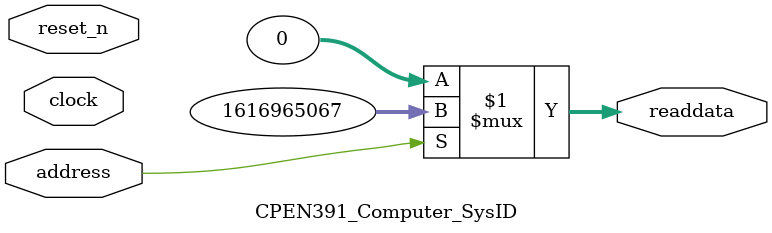
<source format=v>



// synthesis translate_off
`timescale 1ns / 1ps
// synthesis translate_on

// turn off superfluous verilog processor warnings 
// altera message_level Level1 
// altera message_off 10034 10035 10036 10037 10230 10240 10030 

module CPEN391_Computer_SysID (
               // inputs:
                address,
                clock,
                reset_n,

               // outputs:
                readdata
             )
;

  output  [ 31: 0] readdata;
  input            address;
  input            clock;
  input            reset_n;

  wire    [ 31: 0] readdata;
  //control_slave, which is an e_avalon_slave
  assign readdata = address ? 1616965067 : 0;

endmodule



</source>
